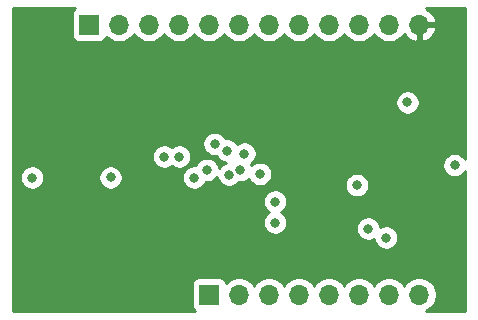
<source format=gbr>
%TF.GenerationSoftware,KiCad,Pcbnew,(5.1.10-1-10_14)*%
%TF.CreationDate,2021-12-17T20:44:53-05:00*%
%TF.ProjectId,Control_and_Output,436f6e74-726f-46c5-9f61-6e645f4f7574,rev?*%
%TF.SameCoordinates,Original*%
%TF.FileFunction,Copper,L2,Inr*%
%TF.FilePolarity,Positive*%
%FSLAX46Y46*%
G04 Gerber Fmt 4.6, Leading zero omitted, Abs format (unit mm)*
G04 Created by KiCad (PCBNEW (5.1.10-1-10_14)) date 2021-12-17 20:44:53*
%MOMM*%
%LPD*%
G01*
G04 APERTURE LIST*
%TA.AperFunction,ComponentPad*%
%ADD10R,1.700000X1.700000*%
%TD*%
%TA.AperFunction,ComponentPad*%
%ADD11O,1.700000X1.700000*%
%TD*%
%TA.AperFunction,ViaPad*%
%ADD12C,0.800000*%
%TD*%
%TA.AperFunction,Conductor*%
%ADD13C,0.254000*%
%TD*%
%TA.AperFunction,Conductor*%
%ADD14C,0.100000*%
%TD*%
G04 APERTURE END LIST*
D10*
%TO.N,~MUX_ROTATE_OUT*%
%TO.C,J4*%
X50800000Y-68072000D03*
D11*
%TO.N,~MUX_SHIFT_OUT*%
X53340000Y-68072000D03*
%TO.N,~MUX_XOR*%
X55880000Y-68072000D03*
%TO.N,~MUX_OR*%
X58420000Y-68072000D03*
%TO.N,~MUX_AND*%
X60960000Y-68072000D03*
%TO.N,EEPROM_0*%
X63500000Y-68072000D03*
%TO.N,EEPROM_1*%
X66040000Y-68072000D03*
%TO.N,EEPROM_2*%
X68580000Y-68072000D03*
%TO.N,EEPROM_6*%
X71120000Y-68072000D03*
%TO.N,EEPROM_7*%
X73660000Y-68072000D03*
%TO.N,GND*%
X76200000Y-68072000D03*
%TO.N,VCC*%
X78740000Y-68072000D03*
%TD*%
%TO.N,Q7*%
%TO.C,J3*%
X78740000Y-90932000D03*
%TO.N,Q6*%
X76200000Y-90932000D03*
%TO.N,Q5*%
X73660000Y-90932000D03*
%TO.N,Q4*%
X71120000Y-90932000D03*
%TO.N,Q3*%
X68580000Y-90932000D03*
%TO.N,Q2*%
X66040000Y-90932000D03*
%TO.N,Q1*%
X63500000Y-90932000D03*
D10*
%TO.N,Q0*%
X60960000Y-90932000D03*
%TD*%
D12*
%TO.N,Q7*%
X75946000Y-86106000D03*
%TO.N,Q6*%
X74422000Y-85344000D03*
%TO.N,Q5*%
X61426548Y-78158461D03*
%TO.N,Q4*%
X62484000Y-78740000D03*
%TO.N,Q3*%
X63945277Y-78996986D03*
%TO.N,Q2*%
X63573046Y-80396997D03*
%TO.N,Q1*%
X62646010Y-80772000D03*
%TO.N,Q0*%
X60775573Y-80366761D03*
%TO.N,VCC*%
X47001000Y-74941000D03*
X45273990Y-82203585D03*
X54438000Y-74594000D03*
X59690000Y-77470000D03*
X67056000Y-74676000D03*
X76200000Y-74930000D03*
X75965021Y-81732087D03*
X67332023Y-81026000D03*
%TO.N,GND*%
X45974000Y-81026000D03*
X59690000Y-81026000D03*
X81752000Y-79974000D03*
X73467990Y-81669559D03*
X52619768Y-81010268D03*
X65260023Y-80710010D03*
%TO.N,EEPROM_6*%
X57150000Y-79248000D03*
%TO.N,Net-(U1-Pad6)*%
X66548000Y-83058008D03*
X66548004Y-84836000D03*
%TO.N,Net-(U11-Pad19)*%
X77752000Y-74648000D03*
X58420000Y-79248000D03*
%TD*%
D13*
%TO.N,VCC*%
X49498815Y-66770815D02*
X49419463Y-66867506D01*
X49360498Y-66977820D01*
X49324188Y-67097518D01*
X49311928Y-67222000D01*
X49311928Y-68922000D01*
X49324188Y-69046482D01*
X49360498Y-69166180D01*
X49419463Y-69276494D01*
X49498815Y-69373185D01*
X49595506Y-69452537D01*
X49705820Y-69511502D01*
X49825518Y-69547812D01*
X49950000Y-69560072D01*
X51650000Y-69560072D01*
X51774482Y-69547812D01*
X51894180Y-69511502D01*
X52004494Y-69452537D01*
X52101185Y-69373185D01*
X52180537Y-69276494D01*
X52239502Y-69166180D01*
X52261513Y-69093620D01*
X52393368Y-69225475D01*
X52636589Y-69387990D01*
X52906842Y-69499932D01*
X53193740Y-69557000D01*
X53486260Y-69557000D01*
X53773158Y-69499932D01*
X54043411Y-69387990D01*
X54286632Y-69225475D01*
X54493475Y-69018632D01*
X54610000Y-68844240D01*
X54726525Y-69018632D01*
X54933368Y-69225475D01*
X55176589Y-69387990D01*
X55446842Y-69499932D01*
X55733740Y-69557000D01*
X56026260Y-69557000D01*
X56313158Y-69499932D01*
X56583411Y-69387990D01*
X56826632Y-69225475D01*
X57033475Y-69018632D01*
X57150000Y-68844240D01*
X57266525Y-69018632D01*
X57473368Y-69225475D01*
X57716589Y-69387990D01*
X57986842Y-69499932D01*
X58273740Y-69557000D01*
X58566260Y-69557000D01*
X58853158Y-69499932D01*
X59123411Y-69387990D01*
X59366632Y-69225475D01*
X59573475Y-69018632D01*
X59690000Y-68844240D01*
X59806525Y-69018632D01*
X60013368Y-69225475D01*
X60256589Y-69387990D01*
X60526842Y-69499932D01*
X60813740Y-69557000D01*
X61106260Y-69557000D01*
X61393158Y-69499932D01*
X61663411Y-69387990D01*
X61906632Y-69225475D01*
X62113475Y-69018632D01*
X62230000Y-68844240D01*
X62346525Y-69018632D01*
X62553368Y-69225475D01*
X62796589Y-69387990D01*
X63066842Y-69499932D01*
X63353740Y-69557000D01*
X63646260Y-69557000D01*
X63933158Y-69499932D01*
X64203411Y-69387990D01*
X64446632Y-69225475D01*
X64653475Y-69018632D01*
X64770000Y-68844240D01*
X64886525Y-69018632D01*
X65093368Y-69225475D01*
X65336589Y-69387990D01*
X65606842Y-69499932D01*
X65893740Y-69557000D01*
X66186260Y-69557000D01*
X66473158Y-69499932D01*
X66743411Y-69387990D01*
X66986632Y-69225475D01*
X67193475Y-69018632D01*
X67310000Y-68844240D01*
X67426525Y-69018632D01*
X67633368Y-69225475D01*
X67876589Y-69387990D01*
X68146842Y-69499932D01*
X68433740Y-69557000D01*
X68726260Y-69557000D01*
X69013158Y-69499932D01*
X69283411Y-69387990D01*
X69526632Y-69225475D01*
X69733475Y-69018632D01*
X69850000Y-68844240D01*
X69966525Y-69018632D01*
X70173368Y-69225475D01*
X70416589Y-69387990D01*
X70686842Y-69499932D01*
X70973740Y-69557000D01*
X71266260Y-69557000D01*
X71553158Y-69499932D01*
X71823411Y-69387990D01*
X72066632Y-69225475D01*
X72273475Y-69018632D01*
X72390000Y-68844240D01*
X72506525Y-69018632D01*
X72713368Y-69225475D01*
X72956589Y-69387990D01*
X73226842Y-69499932D01*
X73513740Y-69557000D01*
X73806260Y-69557000D01*
X74093158Y-69499932D01*
X74363411Y-69387990D01*
X74606632Y-69225475D01*
X74813475Y-69018632D01*
X74930000Y-68844240D01*
X75046525Y-69018632D01*
X75253368Y-69225475D01*
X75496589Y-69387990D01*
X75766842Y-69499932D01*
X76053740Y-69557000D01*
X76346260Y-69557000D01*
X76633158Y-69499932D01*
X76903411Y-69387990D01*
X77146632Y-69225475D01*
X77353475Y-69018632D01*
X77475195Y-68836466D01*
X77544822Y-68953355D01*
X77739731Y-69169588D01*
X77973080Y-69343641D01*
X78235901Y-69468825D01*
X78383110Y-69513476D01*
X78613000Y-69392155D01*
X78613000Y-68199000D01*
X78867000Y-68199000D01*
X78867000Y-69392155D01*
X79096890Y-69513476D01*
X79244099Y-69468825D01*
X79506920Y-69343641D01*
X79740269Y-69169588D01*
X79935178Y-68953355D01*
X80084157Y-68703252D01*
X80181481Y-68428891D01*
X80060814Y-68199000D01*
X78867000Y-68199000D01*
X78613000Y-68199000D01*
X78593000Y-68199000D01*
X78593000Y-67945000D01*
X78613000Y-67945000D01*
X78613000Y-67925000D01*
X78867000Y-67925000D01*
X78867000Y-67945000D01*
X80060814Y-67945000D01*
X80181481Y-67715109D01*
X80084157Y-67440748D01*
X79935178Y-67190645D01*
X79740269Y-66974412D01*
X79506920Y-66800359D01*
X79296219Y-66700000D01*
X82652000Y-66700000D01*
X82652000Y-79457996D01*
X82555937Y-79314226D01*
X82411774Y-79170063D01*
X82242256Y-79056795D01*
X82053898Y-78978774D01*
X81853939Y-78939000D01*
X81650061Y-78939000D01*
X81450102Y-78978774D01*
X81261744Y-79056795D01*
X81092226Y-79170063D01*
X80948063Y-79314226D01*
X80834795Y-79483744D01*
X80756774Y-79672102D01*
X80717000Y-79872061D01*
X80717000Y-80075939D01*
X80756774Y-80275898D01*
X80834795Y-80464256D01*
X80948063Y-80633774D01*
X81092226Y-80777937D01*
X81261744Y-80891205D01*
X81450102Y-80969226D01*
X81650061Y-81009000D01*
X81853939Y-81009000D01*
X82053898Y-80969226D01*
X82242256Y-80891205D01*
X82411774Y-80777937D01*
X82555937Y-80633774D01*
X82652001Y-80490004D01*
X82652001Y-92304000D01*
X79308190Y-92304000D01*
X79443411Y-92247990D01*
X79686632Y-92085475D01*
X79893475Y-91878632D01*
X80055990Y-91635411D01*
X80167932Y-91365158D01*
X80225000Y-91078260D01*
X80225000Y-90785740D01*
X80167932Y-90498842D01*
X80055990Y-90228589D01*
X79893475Y-89985368D01*
X79686632Y-89778525D01*
X79443411Y-89616010D01*
X79173158Y-89504068D01*
X78886260Y-89447000D01*
X78593740Y-89447000D01*
X78306842Y-89504068D01*
X78036589Y-89616010D01*
X77793368Y-89778525D01*
X77586525Y-89985368D01*
X77470000Y-90159760D01*
X77353475Y-89985368D01*
X77146632Y-89778525D01*
X76903411Y-89616010D01*
X76633158Y-89504068D01*
X76346260Y-89447000D01*
X76053740Y-89447000D01*
X75766842Y-89504068D01*
X75496589Y-89616010D01*
X75253368Y-89778525D01*
X75046525Y-89985368D01*
X74930000Y-90159760D01*
X74813475Y-89985368D01*
X74606632Y-89778525D01*
X74363411Y-89616010D01*
X74093158Y-89504068D01*
X73806260Y-89447000D01*
X73513740Y-89447000D01*
X73226842Y-89504068D01*
X72956589Y-89616010D01*
X72713368Y-89778525D01*
X72506525Y-89985368D01*
X72390000Y-90159760D01*
X72273475Y-89985368D01*
X72066632Y-89778525D01*
X71823411Y-89616010D01*
X71553158Y-89504068D01*
X71266260Y-89447000D01*
X70973740Y-89447000D01*
X70686842Y-89504068D01*
X70416589Y-89616010D01*
X70173368Y-89778525D01*
X69966525Y-89985368D01*
X69850000Y-90159760D01*
X69733475Y-89985368D01*
X69526632Y-89778525D01*
X69283411Y-89616010D01*
X69013158Y-89504068D01*
X68726260Y-89447000D01*
X68433740Y-89447000D01*
X68146842Y-89504068D01*
X67876589Y-89616010D01*
X67633368Y-89778525D01*
X67426525Y-89985368D01*
X67310000Y-90159760D01*
X67193475Y-89985368D01*
X66986632Y-89778525D01*
X66743411Y-89616010D01*
X66473158Y-89504068D01*
X66186260Y-89447000D01*
X65893740Y-89447000D01*
X65606842Y-89504068D01*
X65336589Y-89616010D01*
X65093368Y-89778525D01*
X64886525Y-89985368D01*
X64770000Y-90159760D01*
X64653475Y-89985368D01*
X64446632Y-89778525D01*
X64203411Y-89616010D01*
X63933158Y-89504068D01*
X63646260Y-89447000D01*
X63353740Y-89447000D01*
X63066842Y-89504068D01*
X62796589Y-89616010D01*
X62553368Y-89778525D01*
X62421513Y-89910380D01*
X62399502Y-89837820D01*
X62340537Y-89727506D01*
X62261185Y-89630815D01*
X62164494Y-89551463D01*
X62054180Y-89492498D01*
X61934482Y-89456188D01*
X61810000Y-89443928D01*
X60110000Y-89443928D01*
X59985518Y-89456188D01*
X59865820Y-89492498D01*
X59755506Y-89551463D01*
X59658815Y-89630815D01*
X59579463Y-89727506D01*
X59520498Y-89837820D01*
X59484188Y-89957518D01*
X59471928Y-90082000D01*
X59471928Y-91782000D01*
X59484188Y-91906482D01*
X59520498Y-92026180D01*
X59579463Y-92136494D01*
X59658815Y-92233185D01*
X59745104Y-92304000D01*
X44348000Y-92304000D01*
X44348000Y-82956069D01*
X65513000Y-82956069D01*
X65513000Y-83159947D01*
X65552774Y-83359906D01*
X65630795Y-83548264D01*
X65744063Y-83717782D01*
X65888226Y-83861945D01*
X66015528Y-83947005D01*
X65888230Y-84032063D01*
X65744067Y-84176226D01*
X65630799Y-84345744D01*
X65552778Y-84534102D01*
X65513004Y-84734061D01*
X65513004Y-84937939D01*
X65552778Y-85137898D01*
X65630799Y-85326256D01*
X65744067Y-85495774D01*
X65888230Y-85639937D01*
X66057748Y-85753205D01*
X66246106Y-85831226D01*
X66446065Y-85871000D01*
X66649943Y-85871000D01*
X66849902Y-85831226D01*
X67038260Y-85753205D01*
X67207778Y-85639937D01*
X67351941Y-85495774D01*
X67465209Y-85326256D01*
X67500083Y-85242061D01*
X73387000Y-85242061D01*
X73387000Y-85445939D01*
X73426774Y-85645898D01*
X73504795Y-85834256D01*
X73618063Y-86003774D01*
X73762226Y-86147937D01*
X73931744Y-86261205D01*
X74120102Y-86339226D01*
X74320061Y-86379000D01*
X74523939Y-86379000D01*
X74723898Y-86339226D01*
X74912256Y-86261205D01*
X74920500Y-86255697D01*
X74950774Y-86407898D01*
X75028795Y-86596256D01*
X75142063Y-86765774D01*
X75286226Y-86909937D01*
X75455744Y-87023205D01*
X75644102Y-87101226D01*
X75844061Y-87141000D01*
X76047939Y-87141000D01*
X76247898Y-87101226D01*
X76436256Y-87023205D01*
X76605774Y-86909937D01*
X76749937Y-86765774D01*
X76863205Y-86596256D01*
X76941226Y-86407898D01*
X76981000Y-86207939D01*
X76981000Y-86004061D01*
X76941226Y-85804102D01*
X76863205Y-85615744D01*
X76749937Y-85446226D01*
X76605774Y-85302063D01*
X76436256Y-85188795D01*
X76247898Y-85110774D01*
X76047939Y-85071000D01*
X75844061Y-85071000D01*
X75644102Y-85110774D01*
X75455744Y-85188795D01*
X75447500Y-85194303D01*
X75417226Y-85042102D01*
X75339205Y-84853744D01*
X75225937Y-84684226D01*
X75081774Y-84540063D01*
X74912256Y-84426795D01*
X74723898Y-84348774D01*
X74523939Y-84309000D01*
X74320061Y-84309000D01*
X74120102Y-84348774D01*
X73931744Y-84426795D01*
X73762226Y-84540063D01*
X73618063Y-84684226D01*
X73504795Y-84853744D01*
X73426774Y-85042102D01*
X73387000Y-85242061D01*
X67500083Y-85242061D01*
X67543230Y-85137898D01*
X67583004Y-84937939D01*
X67583004Y-84734061D01*
X67543230Y-84534102D01*
X67465209Y-84345744D01*
X67351941Y-84176226D01*
X67207778Y-84032063D01*
X67080476Y-83947003D01*
X67207774Y-83861945D01*
X67351937Y-83717782D01*
X67465205Y-83548264D01*
X67543226Y-83359906D01*
X67583000Y-83159947D01*
X67583000Y-82956069D01*
X67543226Y-82756110D01*
X67465205Y-82567752D01*
X67351937Y-82398234D01*
X67207774Y-82254071D01*
X67038256Y-82140803D01*
X66849898Y-82062782D01*
X66649939Y-82023008D01*
X66446061Y-82023008D01*
X66246102Y-82062782D01*
X66057744Y-82140803D01*
X65888226Y-82254071D01*
X65744063Y-82398234D01*
X65630795Y-82567752D01*
X65552774Y-82756110D01*
X65513000Y-82956069D01*
X44348000Y-82956069D01*
X44348000Y-80924061D01*
X44939000Y-80924061D01*
X44939000Y-81127939D01*
X44978774Y-81327898D01*
X45056795Y-81516256D01*
X45170063Y-81685774D01*
X45314226Y-81829937D01*
X45483744Y-81943205D01*
X45672102Y-82021226D01*
X45872061Y-82061000D01*
X46075939Y-82061000D01*
X46275898Y-82021226D01*
X46464256Y-81943205D01*
X46633774Y-81829937D01*
X46777937Y-81685774D01*
X46891205Y-81516256D01*
X46969226Y-81327898D01*
X47009000Y-81127939D01*
X47009000Y-80924061D01*
X47005871Y-80908329D01*
X51584768Y-80908329D01*
X51584768Y-81112207D01*
X51624542Y-81312166D01*
X51702563Y-81500524D01*
X51815831Y-81670042D01*
X51959994Y-81814205D01*
X52129512Y-81927473D01*
X52317870Y-82005494D01*
X52517829Y-82045268D01*
X52721707Y-82045268D01*
X52921666Y-82005494D01*
X53110024Y-81927473D01*
X53279542Y-81814205D01*
X53423705Y-81670042D01*
X53536973Y-81500524D01*
X53614994Y-81312166D01*
X53654768Y-81112207D01*
X53654768Y-80924061D01*
X58655000Y-80924061D01*
X58655000Y-81127939D01*
X58694774Y-81327898D01*
X58772795Y-81516256D01*
X58886063Y-81685774D01*
X59030226Y-81829937D01*
X59199744Y-81943205D01*
X59388102Y-82021226D01*
X59588061Y-82061000D01*
X59791939Y-82061000D01*
X59991898Y-82021226D01*
X60180256Y-81943205D01*
X60349774Y-81829937D01*
X60493937Y-81685774D01*
X60607205Y-81516256D01*
X60656077Y-81398269D01*
X60673634Y-81401761D01*
X60877512Y-81401761D01*
X61077471Y-81361987D01*
X61265829Y-81283966D01*
X61435347Y-81170698D01*
X61579510Y-81026535D01*
X61627174Y-80955201D01*
X61650784Y-81073898D01*
X61728805Y-81262256D01*
X61842073Y-81431774D01*
X61986236Y-81575937D01*
X62155754Y-81689205D01*
X62344112Y-81767226D01*
X62544071Y-81807000D01*
X62747949Y-81807000D01*
X62947908Y-81767226D01*
X63136266Y-81689205D01*
X63305784Y-81575937D01*
X63449947Y-81431774D01*
X63452298Y-81428256D01*
X63471107Y-81431997D01*
X63674985Y-81431997D01*
X63874944Y-81392223D01*
X64063302Y-81314202D01*
X64232820Y-81200934D01*
X64310796Y-81122958D01*
X64342818Y-81200266D01*
X64456086Y-81369784D01*
X64600249Y-81513947D01*
X64769767Y-81627215D01*
X64958125Y-81705236D01*
X65158084Y-81745010D01*
X65361962Y-81745010D01*
X65561921Y-81705236D01*
X65750279Y-81627215D01*
X65839469Y-81567620D01*
X72432990Y-81567620D01*
X72432990Y-81771498D01*
X72472764Y-81971457D01*
X72550785Y-82159815D01*
X72664053Y-82329333D01*
X72808216Y-82473496D01*
X72977734Y-82586764D01*
X73166092Y-82664785D01*
X73366051Y-82704559D01*
X73569929Y-82704559D01*
X73769888Y-82664785D01*
X73958246Y-82586764D01*
X74127764Y-82473496D01*
X74271927Y-82329333D01*
X74385195Y-82159815D01*
X74463216Y-81971457D01*
X74502990Y-81771498D01*
X74502990Y-81567620D01*
X74463216Y-81367661D01*
X74385195Y-81179303D01*
X74271927Y-81009785D01*
X74127764Y-80865622D01*
X73958246Y-80752354D01*
X73769888Y-80674333D01*
X73569929Y-80634559D01*
X73366051Y-80634559D01*
X73166092Y-80674333D01*
X72977734Y-80752354D01*
X72808216Y-80865622D01*
X72664053Y-81009785D01*
X72550785Y-81179303D01*
X72472764Y-81367661D01*
X72432990Y-81567620D01*
X65839469Y-81567620D01*
X65919797Y-81513947D01*
X66063960Y-81369784D01*
X66177228Y-81200266D01*
X66255249Y-81011908D01*
X66295023Y-80811949D01*
X66295023Y-80608071D01*
X66255249Y-80408112D01*
X66177228Y-80219754D01*
X66063960Y-80050236D01*
X65919797Y-79906073D01*
X65750279Y-79792805D01*
X65561921Y-79714784D01*
X65361962Y-79675010D01*
X65158084Y-79675010D01*
X64958125Y-79714784D01*
X64769767Y-79792805D01*
X64600249Y-79906073D01*
X64522273Y-79984049D01*
X64490251Y-79906741D01*
X64476803Y-79886615D01*
X64605051Y-79800923D01*
X64749214Y-79656760D01*
X64862482Y-79487242D01*
X64940503Y-79298884D01*
X64980277Y-79098925D01*
X64980277Y-78895047D01*
X64940503Y-78695088D01*
X64862482Y-78506730D01*
X64749214Y-78337212D01*
X64605051Y-78193049D01*
X64435533Y-78079781D01*
X64247175Y-78001760D01*
X64047216Y-77961986D01*
X63843338Y-77961986D01*
X63643379Y-78001760D01*
X63455021Y-78079781D01*
X63339303Y-78157101D01*
X63287937Y-78080226D01*
X63143774Y-77936063D01*
X62974256Y-77822795D01*
X62785898Y-77744774D01*
X62585939Y-77705000D01*
X62382061Y-77705000D01*
X62360750Y-77709239D01*
X62343753Y-77668205D01*
X62230485Y-77498687D01*
X62086322Y-77354524D01*
X61916804Y-77241256D01*
X61728446Y-77163235D01*
X61528487Y-77123461D01*
X61324609Y-77123461D01*
X61124650Y-77163235D01*
X60936292Y-77241256D01*
X60766774Y-77354524D01*
X60622611Y-77498687D01*
X60509343Y-77668205D01*
X60431322Y-77856563D01*
X60391548Y-78056522D01*
X60391548Y-78260400D01*
X60431322Y-78460359D01*
X60509343Y-78648717D01*
X60622611Y-78818235D01*
X60766774Y-78962398D01*
X60936292Y-79075666D01*
X61124650Y-79153687D01*
X61324609Y-79193461D01*
X61528487Y-79193461D01*
X61549798Y-79189222D01*
X61566795Y-79230256D01*
X61680063Y-79399774D01*
X61824226Y-79543937D01*
X61993744Y-79657205D01*
X62182102Y-79735226D01*
X62367546Y-79772113D01*
X62344112Y-79776774D01*
X62155754Y-79854795D01*
X61986236Y-79968063D01*
X61842073Y-80112226D01*
X61794409Y-80183560D01*
X61770799Y-80064863D01*
X61692778Y-79876505D01*
X61579510Y-79706987D01*
X61435347Y-79562824D01*
X61265829Y-79449556D01*
X61077471Y-79371535D01*
X60877512Y-79331761D01*
X60673634Y-79331761D01*
X60473675Y-79371535D01*
X60285317Y-79449556D01*
X60115799Y-79562824D01*
X59971636Y-79706987D01*
X59858368Y-79876505D01*
X59809496Y-79994492D01*
X59791939Y-79991000D01*
X59588061Y-79991000D01*
X59388102Y-80030774D01*
X59199744Y-80108795D01*
X59030226Y-80222063D01*
X58886063Y-80366226D01*
X58772795Y-80535744D01*
X58694774Y-80724102D01*
X58655000Y-80924061D01*
X53654768Y-80924061D01*
X53654768Y-80908329D01*
X53614994Y-80708370D01*
X53536973Y-80520012D01*
X53423705Y-80350494D01*
X53279542Y-80206331D01*
X53110024Y-80093063D01*
X52921666Y-80015042D01*
X52721707Y-79975268D01*
X52517829Y-79975268D01*
X52317870Y-80015042D01*
X52129512Y-80093063D01*
X51959994Y-80206331D01*
X51815831Y-80350494D01*
X51702563Y-80520012D01*
X51624542Y-80708370D01*
X51584768Y-80908329D01*
X47005871Y-80908329D01*
X46969226Y-80724102D01*
X46891205Y-80535744D01*
X46777937Y-80366226D01*
X46633774Y-80222063D01*
X46464256Y-80108795D01*
X46275898Y-80030774D01*
X46075939Y-79991000D01*
X45872061Y-79991000D01*
X45672102Y-80030774D01*
X45483744Y-80108795D01*
X45314226Y-80222063D01*
X45170063Y-80366226D01*
X45056795Y-80535744D01*
X44978774Y-80724102D01*
X44939000Y-80924061D01*
X44348000Y-80924061D01*
X44348000Y-79146061D01*
X56115000Y-79146061D01*
X56115000Y-79349939D01*
X56154774Y-79549898D01*
X56232795Y-79738256D01*
X56346063Y-79907774D01*
X56490226Y-80051937D01*
X56659744Y-80165205D01*
X56848102Y-80243226D01*
X57048061Y-80283000D01*
X57251939Y-80283000D01*
X57451898Y-80243226D01*
X57640256Y-80165205D01*
X57785000Y-80068490D01*
X57929744Y-80165205D01*
X58118102Y-80243226D01*
X58318061Y-80283000D01*
X58521939Y-80283000D01*
X58721898Y-80243226D01*
X58910256Y-80165205D01*
X59079774Y-80051937D01*
X59223937Y-79907774D01*
X59337205Y-79738256D01*
X59415226Y-79549898D01*
X59455000Y-79349939D01*
X59455000Y-79146061D01*
X59415226Y-78946102D01*
X59337205Y-78757744D01*
X59223937Y-78588226D01*
X59079774Y-78444063D01*
X58910256Y-78330795D01*
X58721898Y-78252774D01*
X58521939Y-78213000D01*
X58318061Y-78213000D01*
X58118102Y-78252774D01*
X57929744Y-78330795D01*
X57785000Y-78427510D01*
X57640256Y-78330795D01*
X57451898Y-78252774D01*
X57251939Y-78213000D01*
X57048061Y-78213000D01*
X56848102Y-78252774D01*
X56659744Y-78330795D01*
X56490226Y-78444063D01*
X56346063Y-78588226D01*
X56232795Y-78757744D01*
X56154774Y-78946102D01*
X56115000Y-79146061D01*
X44348000Y-79146061D01*
X44348000Y-74546061D01*
X76717000Y-74546061D01*
X76717000Y-74749939D01*
X76756774Y-74949898D01*
X76834795Y-75138256D01*
X76948063Y-75307774D01*
X77092226Y-75451937D01*
X77261744Y-75565205D01*
X77450102Y-75643226D01*
X77650061Y-75683000D01*
X77853939Y-75683000D01*
X78053898Y-75643226D01*
X78242256Y-75565205D01*
X78411774Y-75451937D01*
X78555937Y-75307774D01*
X78669205Y-75138256D01*
X78747226Y-74949898D01*
X78787000Y-74749939D01*
X78787000Y-74546061D01*
X78747226Y-74346102D01*
X78669205Y-74157744D01*
X78555937Y-73988226D01*
X78411774Y-73844063D01*
X78242256Y-73730795D01*
X78053898Y-73652774D01*
X77853939Y-73613000D01*
X77650061Y-73613000D01*
X77450102Y-73652774D01*
X77261744Y-73730795D01*
X77092226Y-73844063D01*
X76948063Y-73988226D01*
X76834795Y-74157744D01*
X76756774Y-74346102D01*
X76717000Y-74546061D01*
X44348000Y-74546061D01*
X44348000Y-66700000D01*
X49585104Y-66700000D01*
X49498815Y-66770815D01*
%TA.AperFunction,Conductor*%
D14*
G36*
X49498815Y-66770815D02*
G01*
X49419463Y-66867506D01*
X49360498Y-66977820D01*
X49324188Y-67097518D01*
X49311928Y-67222000D01*
X49311928Y-68922000D01*
X49324188Y-69046482D01*
X49360498Y-69166180D01*
X49419463Y-69276494D01*
X49498815Y-69373185D01*
X49595506Y-69452537D01*
X49705820Y-69511502D01*
X49825518Y-69547812D01*
X49950000Y-69560072D01*
X51650000Y-69560072D01*
X51774482Y-69547812D01*
X51894180Y-69511502D01*
X52004494Y-69452537D01*
X52101185Y-69373185D01*
X52180537Y-69276494D01*
X52239502Y-69166180D01*
X52261513Y-69093620D01*
X52393368Y-69225475D01*
X52636589Y-69387990D01*
X52906842Y-69499932D01*
X53193740Y-69557000D01*
X53486260Y-69557000D01*
X53773158Y-69499932D01*
X54043411Y-69387990D01*
X54286632Y-69225475D01*
X54493475Y-69018632D01*
X54610000Y-68844240D01*
X54726525Y-69018632D01*
X54933368Y-69225475D01*
X55176589Y-69387990D01*
X55446842Y-69499932D01*
X55733740Y-69557000D01*
X56026260Y-69557000D01*
X56313158Y-69499932D01*
X56583411Y-69387990D01*
X56826632Y-69225475D01*
X57033475Y-69018632D01*
X57150000Y-68844240D01*
X57266525Y-69018632D01*
X57473368Y-69225475D01*
X57716589Y-69387990D01*
X57986842Y-69499932D01*
X58273740Y-69557000D01*
X58566260Y-69557000D01*
X58853158Y-69499932D01*
X59123411Y-69387990D01*
X59366632Y-69225475D01*
X59573475Y-69018632D01*
X59690000Y-68844240D01*
X59806525Y-69018632D01*
X60013368Y-69225475D01*
X60256589Y-69387990D01*
X60526842Y-69499932D01*
X60813740Y-69557000D01*
X61106260Y-69557000D01*
X61393158Y-69499932D01*
X61663411Y-69387990D01*
X61906632Y-69225475D01*
X62113475Y-69018632D01*
X62230000Y-68844240D01*
X62346525Y-69018632D01*
X62553368Y-69225475D01*
X62796589Y-69387990D01*
X63066842Y-69499932D01*
X63353740Y-69557000D01*
X63646260Y-69557000D01*
X63933158Y-69499932D01*
X64203411Y-69387990D01*
X64446632Y-69225475D01*
X64653475Y-69018632D01*
X64770000Y-68844240D01*
X64886525Y-69018632D01*
X65093368Y-69225475D01*
X65336589Y-69387990D01*
X65606842Y-69499932D01*
X65893740Y-69557000D01*
X66186260Y-69557000D01*
X66473158Y-69499932D01*
X66743411Y-69387990D01*
X66986632Y-69225475D01*
X67193475Y-69018632D01*
X67310000Y-68844240D01*
X67426525Y-69018632D01*
X67633368Y-69225475D01*
X67876589Y-69387990D01*
X68146842Y-69499932D01*
X68433740Y-69557000D01*
X68726260Y-69557000D01*
X69013158Y-69499932D01*
X69283411Y-69387990D01*
X69526632Y-69225475D01*
X69733475Y-69018632D01*
X69850000Y-68844240D01*
X69966525Y-69018632D01*
X70173368Y-69225475D01*
X70416589Y-69387990D01*
X70686842Y-69499932D01*
X70973740Y-69557000D01*
X71266260Y-69557000D01*
X71553158Y-69499932D01*
X71823411Y-69387990D01*
X72066632Y-69225475D01*
X72273475Y-69018632D01*
X72390000Y-68844240D01*
X72506525Y-69018632D01*
X72713368Y-69225475D01*
X72956589Y-69387990D01*
X73226842Y-69499932D01*
X73513740Y-69557000D01*
X73806260Y-69557000D01*
X74093158Y-69499932D01*
X74363411Y-69387990D01*
X74606632Y-69225475D01*
X74813475Y-69018632D01*
X74930000Y-68844240D01*
X75046525Y-69018632D01*
X75253368Y-69225475D01*
X75496589Y-69387990D01*
X75766842Y-69499932D01*
X76053740Y-69557000D01*
X76346260Y-69557000D01*
X76633158Y-69499932D01*
X76903411Y-69387990D01*
X77146632Y-69225475D01*
X77353475Y-69018632D01*
X77475195Y-68836466D01*
X77544822Y-68953355D01*
X77739731Y-69169588D01*
X77973080Y-69343641D01*
X78235901Y-69468825D01*
X78383110Y-69513476D01*
X78613000Y-69392155D01*
X78613000Y-68199000D01*
X78867000Y-68199000D01*
X78867000Y-69392155D01*
X79096890Y-69513476D01*
X79244099Y-69468825D01*
X79506920Y-69343641D01*
X79740269Y-69169588D01*
X79935178Y-68953355D01*
X80084157Y-68703252D01*
X80181481Y-68428891D01*
X80060814Y-68199000D01*
X78867000Y-68199000D01*
X78613000Y-68199000D01*
X78593000Y-68199000D01*
X78593000Y-67945000D01*
X78613000Y-67945000D01*
X78613000Y-67925000D01*
X78867000Y-67925000D01*
X78867000Y-67945000D01*
X80060814Y-67945000D01*
X80181481Y-67715109D01*
X80084157Y-67440748D01*
X79935178Y-67190645D01*
X79740269Y-66974412D01*
X79506920Y-66800359D01*
X79296219Y-66700000D01*
X82652000Y-66700000D01*
X82652000Y-79457996D01*
X82555937Y-79314226D01*
X82411774Y-79170063D01*
X82242256Y-79056795D01*
X82053898Y-78978774D01*
X81853939Y-78939000D01*
X81650061Y-78939000D01*
X81450102Y-78978774D01*
X81261744Y-79056795D01*
X81092226Y-79170063D01*
X80948063Y-79314226D01*
X80834795Y-79483744D01*
X80756774Y-79672102D01*
X80717000Y-79872061D01*
X80717000Y-80075939D01*
X80756774Y-80275898D01*
X80834795Y-80464256D01*
X80948063Y-80633774D01*
X81092226Y-80777937D01*
X81261744Y-80891205D01*
X81450102Y-80969226D01*
X81650061Y-81009000D01*
X81853939Y-81009000D01*
X82053898Y-80969226D01*
X82242256Y-80891205D01*
X82411774Y-80777937D01*
X82555937Y-80633774D01*
X82652001Y-80490004D01*
X82652001Y-92304000D01*
X79308190Y-92304000D01*
X79443411Y-92247990D01*
X79686632Y-92085475D01*
X79893475Y-91878632D01*
X80055990Y-91635411D01*
X80167932Y-91365158D01*
X80225000Y-91078260D01*
X80225000Y-90785740D01*
X80167932Y-90498842D01*
X80055990Y-90228589D01*
X79893475Y-89985368D01*
X79686632Y-89778525D01*
X79443411Y-89616010D01*
X79173158Y-89504068D01*
X78886260Y-89447000D01*
X78593740Y-89447000D01*
X78306842Y-89504068D01*
X78036589Y-89616010D01*
X77793368Y-89778525D01*
X77586525Y-89985368D01*
X77470000Y-90159760D01*
X77353475Y-89985368D01*
X77146632Y-89778525D01*
X76903411Y-89616010D01*
X76633158Y-89504068D01*
X76346260Y-89447000D01*
X76053740Y-89447000D01*
X75766842Y-89504068D01*
X75496589Y-89616010D01*
X75253368Y-89778525D01*
X75046525Y-89985368D01*
X74930000Y-90159760D01*
X74813475Y-89985368D01*
X74606632Y-89778525D01*
X74363411Y-89616010D01*
X74093158Y-89504068D01*
X73806260Y-89447000D01*
X73513740Y-89447000D01*
X73226842Y-89504068D01*
X72956589Y-89616010D01*
X72713368Y-89778525D01*
X72506525Y-89985368D01*
X72390000Y-90159760D01*
X72273475Y-89985368D01*
X72066632Y-89778525D01*
X71823411Y-89616010D01*
X71553158Y-89504068D01*
X71266260Y-89447000D01*
X70973740Y-89447000D01*
X70686842Y-89504068D01*
X70416589Y-89616010D01*
X70173368Y-89778525D01*
X69966525Y-89985368D01*
X69850000Y-90159760D01*
X69733475Y-89985368D01*
X69526632Y-89778525D01*
X69283411Y-89616010D01*
X69013158Y-89504068D01*
X68726260Y-89447000D01*
X68433740Y-89447000D01*
X68146842Y-89504068D01*
X67876589Y-89616010D01*
X67633368Y-89778525D01*
X67426525Y-89985368D01*
X67310000Y-90159760D01*
X67193475Y-89985368D01*
X66986632Y-89778525D01*
X66743411Y-89616010D01*
X66473158Y-89504068D01*
X66186260Y-89447000D01*
X65893740Y-89447000D01*
X65606842Y-89504068D01*
X65336589Y-89616010D01*
X65093368Y-89778525D01*
X64886525Y-89985368D01*
X64770000Y-90159760D01*
X64653475Y-89985368D01*
X64446632Y-89778525D01*
X64203411Y-89616010D01*
X63933158Y-89504068D01*
X63646260Y-89447000D01*
X63353740Y-89447000D01*
X63066842Y-89504068D01*
X62796589Y-89616010D01*
X62553368Y-89778525D01*
X62421513Y-89910380D01*
X62399502Y-89837820D01*
X62340537Y-89727506D01*
X62261185Y-89630815D01*
X62164494Y-89551463D01*
X62054180Y-89492498D01*
X61934482Y-89456188D01*
X61810000Y-89443928D01*
X60110000Y-89443928D01*
X59985518Y-89456188D01*
X59865820Y-89492498D01*
X59755506Y-89551463D01*
X59658815Y-89630815D01*
X59579463Y-89727506D01*
X59520498Y-89837820D01*
X59484188Y-89957518D01*
X59471928Y-90082000D01*
X59471928Y-91782000D01*
X59484188Y-91906482D01*
X59520498Y-92026180D01*
X59579463Y-92136494D01*
X59658815Y-92233185D01*
X59745104Y-92304000D01*
X44348000Y-92304000D01*
X44348000Y-82956069D01*
X65513000Y-82956069D01*
X65513000Y-83159947D01*
X65552774Y-83359906D01*
X65630795Y-83548264D01*
X65744063Y-83717782D01*
X65888226Y-83861945D01*
X66015528Y-83947005D01*
X65888230Y-84032063D01*
X65744067Y-84176226D01*
X65630799Y-84345744D01*
X65552778Y-84534102D01*
X65513004Y-84734061D01*
X65513004Y-84937939D01*
X65552778Y-85137898D01*
X65630799Y-85326256D01*
X65744067Y-85495774D01*
X65888230Y-85639937D01*
X66057748Y-85753205D01*
X66246106Y-85831226D01*
X66446065Y-85871000D01*
X66649943Y-85871000D01*
X66849902Y-85831226D01*
X67038260Y-85753205D01*
X67207778Y-85639937D01*
X67351941Y-85495774D01*
X67465209Y-85326256D01*
X67500083Y-85242061D01*
X73387000Y-85242061D01*
X73387000Y-85445939D01*
X73426774Y-85645898D01*
X73504795Y-85834256D01*
X73618063Y-86003774D01*
X73762226Y-86147937D01*
X73931744Y-86261205D01*
X74120102Y-86339226D01*
X74320061Y-86379000D01*
X74523939Y-86379000D01*
X74723898Y-86339226D01*
X74912256Y-86261205D01*
X74920500Y-86255697D01*
X74950774Y-86407898D01*
X75028795Y-86596256D01*
X75142063Y-86765774D01*
X75286226Y-86909937D01*
X75455744Y-87023205D01*
X75644102Y-87101226D01*
X75844061Y-87141000D01*
X76047939Y-87141000D01*
X76247898Y-87101226D01*
X76436256Y-87023205D01*
X76605774Y-86909937D01*
X76749937Y-86765774D01*
X76863205Y-86596256D01*
X76941226Y-86407898D01*
X76981000Y-86207939D01*
X76981000Y-86004061D01*
X76941226Y-85804102D01*
X76863205Y-85615744D01*
X76749937Y-85446226D01*
X76605774Y-85302063D01*
X76436256Y-85188795D01*
X76247898Y-85110774D01*
X76047939Y-85071000D01*
X75844061Y-85071000D01*
X75644102Y-85110774D01*
X75455744Y-85188795D01*
X75447500Y-85194303D01*
X75417226Y-85042102D01*
X75339205Y-84853744D01*
X75225937Y-84684226D01*
X75081774Y-84540063D01*
X74912256Y-84426795D01*
X74723898Y-84348774D01*
X74523939Y-84309000D01*
X74320061Y-84309000D01*
X74120102Y-84348774D01*
X73931744Y-84426795D01*
X73762226Y-84540063D01*
X73618063Y-84684226D01*
X73504795Y-84853744D01*
X73426774Y-85042102D01*
X73387000Y-85242061D01*
X67500083Y-85242061D01*
X67543230Y-85137898D01*
X67583004Y-84937939D01*
X67583004Y-84734061D01*
X67543230Y-84534102D01*
X67465209Y-84345744D01*
X67351941Y-84176226D01*
X67207778Y-84032063D01*
X67080476Y-83947003D01*
X67207774Y-83861945D01*
X67351937Y-83717782D01*
X67465205Y-83548264D01*
X67543226Y-83359906D01*
X67583000Y-83159947D01*
X67583000Y-82956069D01*
X67543226Y-82756110D01*
X67465205Y-82567752D01*
X67351937Y-82398234D01*
X67207774Y-82254071D01*
X67038256Y-82140803D01*
X66849898Y-82062782D01*
X66649939Y-82023008D01*
X66446061Y-82023008D01*
X66246102Y-82062782D01*
X66057744Y-82140803D01*
X65888226Y-82254071D01*
X65744063Y-82398234D01*
X65630795Y-82567752D01*
X65552774Y-82756110D01*
X65513000Y-82956069D01*
X44348000Y-82956069D01*
X44348000Y-80924061D01*
X44939000Y-80924061D01*
X44939000Y-81127939D01*
X44978774Y-81327898D01*
X45056795Y-81516256D01*
X45170063Y-81685774D01*
X45314226Y-81829937D01*
X45483744Y-81943205D01*
X45672102Y-82021226D01*
X45872061Y-82061000D01*
X46075939Y-82061000D01*
X46275898Y-82021226D01*
X46464256Y-81943205D01*
X46633774Y-81829937D01*
X46777937Y-81685774D01*
X46891205Y-81516256D01*
X46969226Y-81327898D01*
X47009000Y-81127939D01*
X47009000Y-80924061D01*
X47005871Y-80908329D01*
X51584768Y-80908329D01*
X51584768Y-81112207D01*
X51624542Y-81312166D01*
X51702563Y-81500524D01*
X51815831Y-81670042D01*
X51959994Y-81814205D01*
X52129512Y-81927473D01*
X52317870Y-82005494D01*
X52517829Y-82045268D01*
X52721707Y-82045268D01*
X52921666Y-82005494D01*
X53110024Y-81927473D01*
X53279542Y-81814205D01*
X53423705Y-81670042D01*
X53536973Y-81500524D01*
X53614994Y-81312166D01*
X53654768Y-81112207D01*
X53654768Y-80924061D01*
X58655000Y-80924061D01*
X58655000Y-81127939D01*
X58694774Y-81327898D01*
X58772795Y-81516256D01*
X58886063Y-81685774D01*
X59030226Y-81829937D01*
X59199744Y-81943205D01*
X59388102Y-82021226D01*
X59588061Y-82061000D01*
X59791939Y-82061000D01*
X59991898Y-82021226D01*
X60180256Y-81943205D01*
X60349774Y-81829937D01*
X60493937Y-81685774D01*
X60607205Y-81516256D01*
X60656077Y-81398269D01*
X60673634Y-81401761D01*
X60877512Y-81401761D01*
X61077471Y-81361987D01*
X61265829Y-81283966D01*
X61435347Y-81170698D01*
X61579510Y-81026535D01*
X61627174Y-80955201D01*
X61650784Y-81073898D01*
X61728805Y-81262256D01*
X61842073Y-81431774D01*
X61986236Y-81575937D01*
X62155754Y-81689205D01*
X62344112Y-81767226D01*
X62544071Y-81807000D01*
X62747949Y-81807000D01*
X62947908Y-81767226D01*
X63136266Y-81689205D01*
X63305784Y-81575937D01*
X63449947Y-81431774D01*
X63452298Y-81428256D01*
X63471107Y-81431997D01*
X63674985Y-81431997D01*
X63874944Y-81392223D01*
X64063302Y-81314202D01*
X64232820Y-81200934D01*
X64310796Y-81122958D01*
X64342818Y-81200266D01*
X64456086Y-81369784D01*
X64600249Y-81513947D01*
X64769767Y-81627215D01*
X64958125Y-81705236D01*
X65158084Y-81745010D01*
X65361962Y-81745010D01*
X65561921Y-81705236D01*
X65750279Y-81627215D01*
X65839469Y-81567620D01*
X72432990Y-81567620D01*
X72432990Y-81771498D01*
X72472764Y-81971457D01*
X72550785Y-82159815D01*
X72664053Y-82329333D01*
X72808216Y-82473496D01*
X72977734Y-82586764D01*
X73166092Y-82664785D01*
X73366051Y-82704559D01*
X73569929Y-82704559D01*
X73769888Y-82664785D01*
X73958246Y-82586764D01*
X74127764Y-82473496D01*
X74271927Y-82329333D01*
X74385195Y-82159815D01*
X74463216Y-81971457D01*
X74502990Y-81771498D01*
X74502990Y-81567620D01*
X74463216Y-81367661D01*
X74385195Y-81179303D01*
X74271927Y-81009785D01*
X74127764Y-80865622D01*
X73958246Y-80752354D01*
X73769888Y-80674333D01*
X73569929Y-80634559D01*
X73366051Y-80634559D01*
X73166092Y-80674333D01*
X72977734Y-80752354D01*
X72808216Y-80865622D01*
X72664053Y-81009785D01*
X72550785Y-81179303D01*
X72472764Y-81367661D01*
X72432990Y-81567620D01*
X65839469Y-81567620D01*
X65919797Y-81513947D01*
X66063960Y-81369784D01*
X66177228Y-81200266D01*
X66255249Y-81011908D01*
X66295023Y-80811949D01*
X66295023Y-80608071D01*
X66255249Y-80408112D01*
X66177228Y-80219754D01*
X66063960Y-80050236D01*
X65919797Y-79906073D01*
X65750279Y-79792805D01*
X65561921Y-79714784D01*
X65361962Y-79675010D01*
X65158084Y-79675010D01*
X64958125Y-79714784D01*
X64769767Y-79792805D01*
X64600249Y-79906073D01*
X64522273Y-79984049D01*
X64490251Y-79906741D01*
X64476803Y-79886615D01*
X64605051Y-79800923D01*
X64749214Y-79656760D01*
X64862482Y-79487242D01*
X64940503Y-79298884D01*
X64980277Y-79098925D01*
X64980277Y-78895047D01*
X64940503Y-78695088D01*
X64862482Y-78506730D01*
X64749214Y-78337212D01*
X64605051Y-78193049D01*
X64435533Y-78079781D01*
X64247175Y-78001760D01*
X64047216Y-77961986D01*
X63843338Y-77961986D01*
X63643379Y-78001760D01*
X63455021Y-78079781D01*
X63339303Y-78157101D01*
X63287937Y-78080226D01*
X63143774Y-77936063D01*
X62974256Y-77822795D01*
X62785898Y-77744774D01*
X62585939Y-77705000D01*
X62382061Y-77705000D01*
X62360750Y-77709239D01*
X62343753Y-77668205D01*
X62230485Y-77498687D01*
X62086322Y-77354524D01*
X61916804Y-77241256D01*
X61728446Y-77163235D01*
X61528487Y-77123461D01*
X61324609Y-77123461D01*
X61124650Y-77163235D01*
X60936292Y-77241256D01*
X60766774Y-77354524D01*
X60622611Y-77498687D01*
X60509343Y-77668205D01*
X60431322Y-77856563D01*
X60391548Y-78056522D01*
X60391548Y-78260400D01*
X60431322Y-78460359D01*
X60509343Y-78648717D01*
X60622611Y-78818235D01*
X60766774Y-78962398D01*
X60936292Y-79075666D01*
X61124650Y-79153687D01*
X61324609Y-79193461D01*
X61528487Y-79193461D01*
X61549798Y-79189222D01*
X61566795Y-79230256D01*
X61680063Y-79399774D01*
X61824226Y-79543937D01*
X61993744Y-79657205D01*
X62182102Y-79735226D01*
X62367546Y-79772113D01*
X62344112Y-79776774D01*
X62155754Y-79854795D01*
X61986236Y-79968063D01*
X61842073Y-80112226D01*
X61794409Y-80183560D01*
X61770799Y-80064863D01*
X61692778Y-79876505D01*
X61579510Y-79706987D01*
X61435347Y-79562824D01*
X61265829Y-79449556D01*
X61077471Y-79371535D01*
X60877512Y-79331761D01*
X60673634Y-79331761D01*
X60473675Y-79371535D01*
X60285317Y-79449556D01*
X60115799Y-79562824D01*
X59971636Y-79706987D01*
X59858368Y-79876505D01*
X59809496Y-79994492D01*
X59791939Y-79991000D01*
X59588061Y-79991000D01*
X59388102Y-80030774D01*
X59199744Y-80108795D01*
X59030226Y-80222063D01*
X58886063Y-80366226D01*
X58772795Y-80535744D01*
X58694774Y-80724102D01*
X58655000Y-80924061D01*
X53654768Y-80924061D01*
X53654768Y-80908329D01*
X53614994Y-80708370D01*
X53536973Y-80520012D01*
X53423705Y-80350494D01*
X53279542Y-80206331D01*
X53110024Y-80093063D01*
X52921666Y-80015042D01*
X52721707Y-79975268D01*
X52517829Y-79975268D01*
X52317870Y-80015042D01*
X52129512Y-80093063D01*
X51959994Y-80206331D01*
X51815831Y-80350494D01*
X51702563Y-80520012D01*
X51624542Y-80708370D01*
X51584768Y-80908329D01*
X47005871Y-80908329D01*
X46969226Y-80724102D01*
X46891205Y-80535744D01*
X46777937Y-80366226D01*
X46633774Y-80222063D01*
X46464256Y-80108795D01*
X46275898Y-80030774D01*
X46075939Y-79991000D01*
X45872061Y-79991000D01*
X45672102Y-80030774D01*
X45483744Y-80108795D01*
X45314226Y-80222063D01*
X45170063Y-80366226D01*
X45056795Y-80535744D01*
X44978774Y-80724102D01*
X44939000Y-80924061D01*
X44348000Y-80924061D01*
X44348000Y-79146061D01*
X56115000Y-79146061D01*
X56115000Y-79349939D01*
X56154774Y-79549898D01*
X56232795Y-79738256D01*
X56346063Y-79907774D01*
X56490226Y-80051937D01*
X56659744Y-80165205D01*
X56848102Y-80243226D01*
X57048061Y-80283000D01*
X57251939Y-80283000D01*
X57451898Y-80243226D01*
X57640256Y-80165205D01*
X57785000Y-80068490D01*
X57929744Y-80165205D01*
X58118102Y-80243226D01*
X58318061Y-80283000D01*
X58521939Y-80283000D01*
X58721898Y-80243226D01*
X58910256Y-80165205D01*
X59079774Y-80051937D01*
X59223937Y-79907774D01*
X59337205Y-79738256D01*
X59415226Y-79549898D01*
X59455000Y-79349939D01*
X59455000Y-79146061D01*
X59415226Y-78946102D01*
X59337205Y-78757744D01*
X59223937Y-78588226D01*
X59079774Y-78444063D01*
X58910256Y-78330795D01*
X58721898Y-78252774D01*
X58521939Y-78213000D01*
X58318061Y-78213000D01*
X58118102Y-78252774D01*
X57929744Y-78330795D01*
X57785000Y-78427510D01*
X57640256Y-78330795D01*
X57451898Y-78252774D01*
X57251939Y-78213000D01*
X57048061Y-78213000D01*
X56848102Y-78252774D01*
X56659744Y-78330795D01*
X56490226Y-78444063D01*
X56346063Y-78588226D01*
X56232795Y-78757744D01*
X56154774Y-78946102D01*
X56115000Y-79146061D01*
X44348000Y-79146061D01*
X44348000Y-74546061D01*
X76717000Y-74546061D01*
X76717000Y-74749939D01*
X76756774Y-74949898D01*
X76834795Y-75138256D01*
X76948063Y-75307774D01*
X77092226Y-75451937D01*
X77261744Y-75565205D01*
X77450102Y-75643226D01*
X77650061Y-75683000D01*
X77853939Y-75683000D01*
X78053898Y-75643226D01*
X78242256Y-75565205D01*
X78411774Y-75451937D01*
X78555937Y-75307774D01*
X78669205Y-75138256D01*
X78747226Y-74949898D01*
X78787000Y-74749939D01*
X78787000Y-74546061D01*
X78747226Y-74346102D01*
X78669205Y-74157744D01*
X78555937Y-73988226D01*
X78411774Y-73844063D01*
X78242256Y-73730795D01*
X78053898Y-73652774D01*
X77853939Y-73613000D01*
X77650061Y-73613000D01*
X77450102Y-73652774D01*
X77261744Y-73730795D01*
X77092226Y-73844063D01*
X76948063Y-73988226D01*
X76834795Y-74157744D01*
X76756774Y-74346102D01*
X76717000Y-74546061D01*
X44348000Y-74546061D01*
X44348000Y-66700000D01*
X49585104Y-66700000D01*
X49498815Y-66770815D01*
G37*
%TD.AperFunction*%
%TD*%
M02*

</source>
